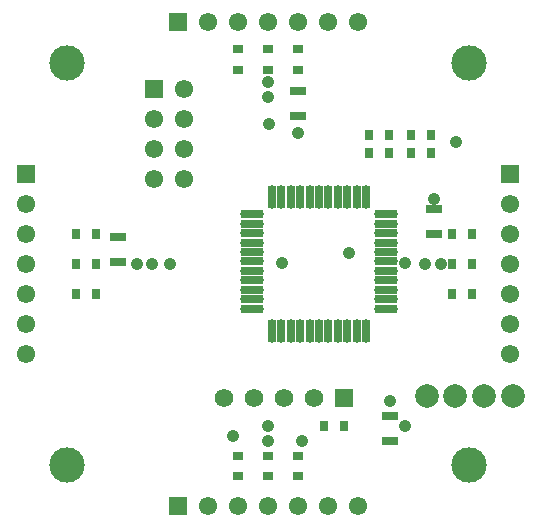
<source format=gts>
%FSLAX33Y33*%
%MOMM*%
%AMRect-W670710-H1320710-RO1.500*
21,1,0.67071,1.32071,0.,0.,90*%
%AMRR-H1953199-W753199-R274999-RO1.500*
21,1,0.203201,1.953199,0.,0.,90*
21,1,0.753199,1.403201,0.,0.,90*
1,1,0.549998,-0.7016005,-0.1016005*
1,1,0.549998,-0.7016005,0.1016005*
1,1,0.549998,0.7016005,0.1016005*
1,1,0.549998,0.7016005,-0.1016005*%
%AMRR-H1953199-W753199-R274999-RO0.000*
21,1,0.203201,1.953199,0.,0.,360*
21,1,0.753199,1.403201,0.,0.,360*
1,1,0.549998,-0.1016005,0.7016005*
1,1,0.549998,0.1016005,0.7016005*
1,1,0.549998,0.1016005,-0.7016005*
1,1,0.549998,-0.1016005,-0.7016005*%
%AMRect-W670710-H870710-RO1.000*
21,1,0.67071,0.87071,0.,0.,180*%
%AMRect-W1550000-H1550000-RO0.500*
21,1,1.55,1.55,0.,0.,270*%
%AMRect-W670710-H1320710-RO0.500*
21,1,0.67071,1.32071,0.,0.,270*%
%AMRect-W1570000-H1570000-RO1.000*
21,1,1.57,1.57,0.,0.,180*%
%AMRect-W670710-H870710-RO1.500*
21,1,0.67071,0.87071,0.,0.,90*%
%AMRect-W670710-H870710-RO0.500*
21,1,0.67071,0.87071,0.,0.,270*%
%ADD10C,1.0668*%
%ADD11R,0.67071X0.87071*%
%ADD12C,2.*%
%ADD13Rect-W670710-H1320710-RO1.500*%
%ADD14RR-H1953199-W753199-R274999-RO1.500*%
%ADD15RR-H1953199-W753199-R274999-RO0.000*%
%ADD16R,1.55X1.55*%
%ADD17C,1.55*%
%ADD18C,3.*%
%ADD19Rect-W670710-H870710-RO1.000*%
%ADD20C,1.55*%
%ADD21Rect-W1550000-H1550000-RO0.500*%
%ADD22Rect-W670710-H1320710-RO0.500*%
%ADD23C,1.57*%
%ADD24Rect-W1570000-H1570000-RO1.000*%
%ADD25Rect-W670710-H870710-RO1.500*%
%ADD26Rect-W670710-H870710-RO0.500*%
D10*
%LNtop solder mask_traces*%
G01*
X0Y15425D03*
X2540Y11075D03*
X11635Y-13715D03*
X14700Y0D03*
X11635Y0125D03*
X10375Y-11625D03*
X-9825Y0D03*
X14050Y5550D03*
X-2925Y-14525D03*
X2900Y-14975D03*
X15950Y10300D03*
X0Y-13700D03*
X0125Y11875D03*
X13325Y0D03*
X0Y14150D03*
X6900Y0925D03*
X0Y-15000D03*
X-8250Y0D03*
X1200Y0125D03*
X-11100Y0D03*
%LNtop solder mask component 70b09bb2818ad89b*%
D11*
X8560Y10950D03*
X10260Y10950D03*
%LNtop solder mask component 758c28ff392b9352*%
D12*
X13450Y-11200D03*
%LNtop solder mask component 34026410a5ddb421*%
X15875Y-11200D03*
%LNtop solder mask component acdc2106e7d7a5b5*%
D13*
X14050Y2540D03*
X14050Y4640D03*
%LNtop solder mask component bbcc82406b5c7a3e*%
D14*
X-1323Y4227D03*
X-1323Y3427D03*
X-1323Y2627D03*
X-1323Y1827D03*
X-1323Y1027D03*
X-1323Y0227D03*
X-1323Y-0573D03*
X-1323Y-1373D03*
X-1323Y-2173D03*
X-1323Y-2973D03*
X-1323Y-3773D03*
D15*
X0327Y-5627D03*
X1127Y-5627D03*
X1927Y-5627D03*
X2727Y-5627D03*
X3527Y-5627D03*
X4327Y-5627D03*
X5127Y-5627D03*
X5927Y-5627D03*
X6727Y-5627D03*
X7527Y-5627D03*
X8327Y-5627D03*
D14*
X9977Y-3773D03*
X9977Y-2973D03*
X9977Y-2173D03*
X9977Y-1373D03*
X9977Y-0573D03*
X9977Y0227D03*
X9977Y1027D03*
X9977Y1827D03*
X9977Y2627D03*
X9977Y3427D03*
X9977Y4227D03*
D15*
X8327Y5673D03*
X7527Y5673D03*
X6727Y5673D03*
X5927Y5673D03*
X5127Y5673D03*
X4327Y5673D03*
X3527Y5673D03*
X2727Y5673D03*
X1927Y5673D03*
X1127Y5673D03*
X0327Y5673D03*
%LNtop solder mask component 15549c4d6476ebc2*%
D16*
X-7620Y-20500D03*
D17*
X-5080Y-20500D03*
X-2540Y-20500D03*
X0Y-20500D03*
X2540Y-20500D03*
X5080Y-20500D03*
X7620Y-20500D03*
%LNtop solder mask component 9a7af9ef625a31f3*%
D18*
X-17000Y17000D03*
%LNtop solder mask component bba7707cb7d91c3d*%
D12*
X20725Y-11200D03*
%LNtop solder mask component fb79a13baf4f1f43*%
D19*
X-14550Y2540D03*
X-16250Y2540D03*
%LNtop solder mask component 4de30cd1dcff1dec*%
D20*
X-7130Y14795D03*
X-9670Y12255D03*
X-7130Y12255D03*
X-9670Y9715D03*
X-7130Y9715D03*
X-9670Y7175D03*
X-7130Y7175D03*
D21*
X-9670Y14795D03*
%LNtop solder mask component 582b67b412e03a97*%
D22*
X2540Y14625D03*
X2540Y12525D03*
%LNtop solder mask component 899d837000a321f6*%
D19*
X-14550Y0D03*
X-16250Y0D03*
%LNtop solder mask component 4a537383a56f4947*%
D11*
X15625Y-2540D03*
X17325Y-2540D03*
%LNtop solder mask component 78e04b5164b9cf10*%
D19*
X-14550Y-2540D03*
X-16250Y-2540D03*
%LNtop solder mask component 5d7ae0faac189a2e*%
D20*
X-20500Y5080D03*
X-20500Y2540D03*
X-20500Y0D03*
X-20500Y-2540D03*
X-20500Y-5080D03*
X-20500Y-7620D03*
D21*
X-20500Y7620D03*
%LNtop solder mask component 4730e282d6bc8203*%
D18*
X17000Y-17000D03*
%LNtop solder mask component 5e86fa16ded1a20c*%
D11*
X15625Y2540D03*
X17325Y2540D03*
%LNtop solder mask component 777d56a3b3942ac7*%
X4780Y-13700D03*
X6480Y-13700D03*
%LNtop solder mask component 05bb4b2115a262c6*%
D13*
X10375Y-14975D03*
X10375Y-12875D03*
%LNtop solder mask component bc2a92881df52052*%
D19*
X13800Y10950D03*
X12100Y10950D03*
%LNtop solder mask component 0a1210c7d4f9c7f0*%
D23*
X3940Y-11350D03*
X1400Y-11350D03*
X-1140Y-11350D03*
X-3680Y-11350D03*
D24*
X6480Y-11350D03*
%LNtop solder mask component fe63241f9b3ec648*%
D18*
X-17000Y-17000D03*
%LNtop solder mask component 4c6406aa2c717d39*%
X17000Y17000D03*
%LNtop solder mask component 919d1acac43f7cf5*%
D22*
X-12715Y2300D03*
X-12715Y0200D03*
%LNtop solder mask component c1e2ca1b4103e897*%
D25*
X0Y16475D03*
X0Y18175D03*
%LNtop solder mask component 557e759dcb5dd2a6*%
X2540Y16475D03*
X2540Y18175D03*
%LNtop solder mask component 55f65207dfb3c681*%
D26*
X-2540Y-16275D03*
X-2540Y-17975D03*
%LNtop solder mask component a355959bcd360295*%
D20*
X20500Y5080D03*
X20500Y2540D03*
X20500Y0D03*
X20500Y-2540D03*
X20500Y-5080D03*
X20500Y-7620D03*
D21*
X20500Y7620D03*
%LNtop solder mask component 3a3a2cfcd27fe13b*%
D11*
X15625Y0D03*
X17325Y0D03*
%LNtop solder mask component dccc935fa88e421f*%
D25*
X-2540Y16475D03*
X-2540Y18175D03*
%LNtop solder mask component c6258b4cfab3766d*%
D16*
X-7620Y20500D03*
D17*
X-5080Y20500D03*
X-2540Y20500D03*
X0Y20500D03*
X2540Y20500D03*
X5080Y20500D03*
X7620Y20500D03*
%LNtop solder mask component 6f96558951de62c9*%
D11*
X8560Y9400D03*
X10260Y9400D03*
%LNtop solder mask component fbd389026ec22525*%
D26*
X0Y-16275D03*
X0Y-17975D03*
%LNtop solder mask component 88a4d5fcc0e14ff3*%
D19*
X13800Y9400D03*
X12100Y9400D03*
%LNtop solder mask component 474d5e9ebbd1a6df*%
D26*
X2540Y-16275D03*
X2540Y-17975D03*
%LNtop solder mask component be1e30dcb6a4a1c2*%
D12*
X18300Y-11200D03*
M02*
</source>
